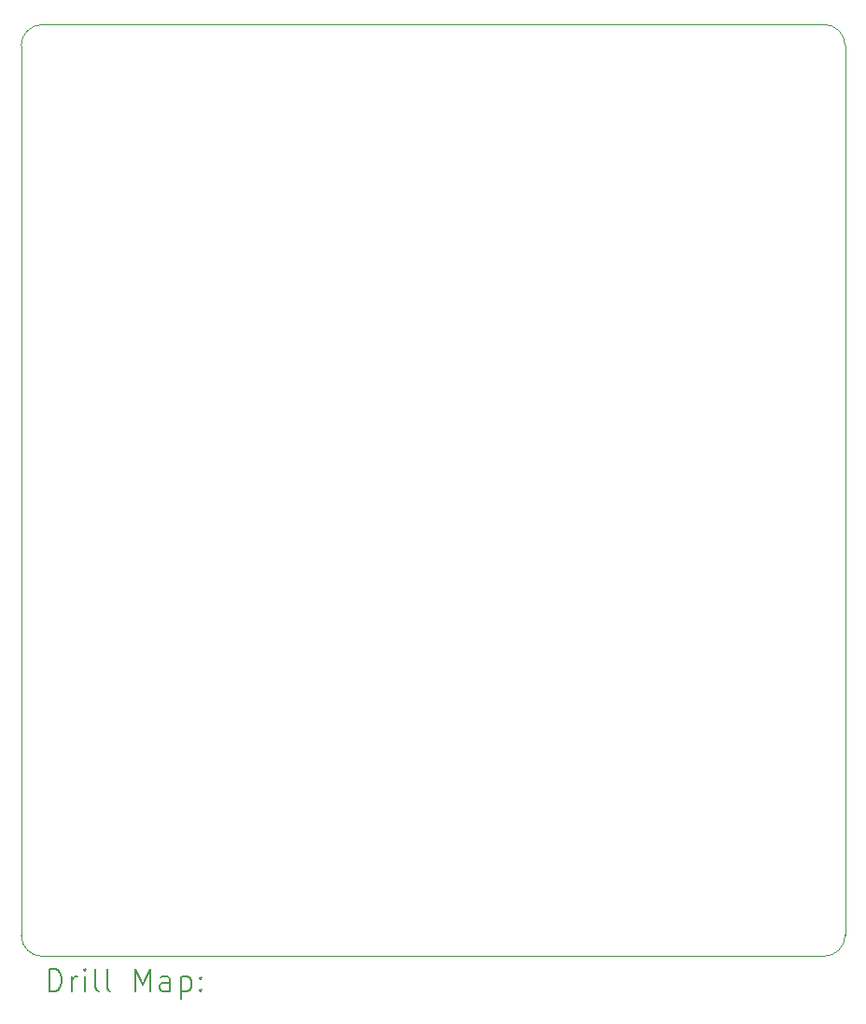
<source format=gbr>
%TF.GenerationSoftware,KiCad,Pcbnew,8.0.4*%
%TF.CreationDate,2024-09-09T14:05:50-07:00*%
%TF.ProjectId,Bottom_Board,426f7474-6f6d-45f4-926f-6172642e6b69,0*%
%TF.SameCoordinates,Original*%
%TF.FileFunction,Drillmap*%
%TF.FilePolarity,Positive*%
%FSLAX45Y45*%
G04 Gerber Fmt 4.5, Leading zero omitted, Abs format (unit mm)*
G04 Created by KiCad (PCBNEW 8.0.4) date 2024-09-09 14:05:50*
%MOMM*%
%LPD*%
G01*
G04 APERTURE LIST*
%ADD10C,0.100000*%
%ADD11C,0.200000*%
G04 APERTURE END LIST*
D10*
X9999580Y-6490720D02*
G75*
G02*
X10190300Y-6300000I190720J0D01*
G01*
X17284280Y-6299580D02*
G75*
G02*
X17475000Y-6490300I0J-190720D01*
G01*
X17284700Y-14749580D02*
X10190720Y-14750420D01*
X17475000Y-14559280D02*
G75*
G02*
X17284700Y-14749580I-190300J0D01*
G01*
X10190300Y-6300000D02*
X17284280Y-6299580D01*
X17475000Y-6490300D02*
X17475000Y-14559280D01*
X10000000Y-14559700D02*
X9999580Y-6490720D01*
X10190720Y-14750420D02*
G75*
G02*
X10000000Y-14559700I0J190720D01*
G01*
D11*
X10255357Y-15066904D02*
X10255357Y-14866904D01*
X10255357Y-14866904D02*
X10302976Y-14866904D01*
X10302976Y-14866904D02*
X10331547Y-14876428D01*
X10331547Y-14876428D02*
X10350595Y-14895475D01*
X10350595Y-14895475D02*
X10360119Y-14914523D01*
X10360119Y-14914523D02*
X10369643Y-14952618D01*
X10369643Y-14952618D02*
X10369643Y-14981189D01*
X10369643Y-14981189D02*
X10360119Y-15019285D01*
X10360119Y-15019285D02*
X10350595Y-15038332D01*
X10350595Y-15038332D02*
X10331547Y-15057380D01*
X10331547Y-15057380D02*
X10302976Y-15066904D01*
X10302976Y-15066904D02*
X10255357Y-15066904D01*
X10455357Y-15066904D02*
X10455357Y-14933570D01*
X10455357Y-14971666D02*
X10464881Y-14952618D01*
X10464881Y-14952618D02*
X10474404Y-14943094D01*
X10474404Y-14943094D02*
X10493452Y-14933570D01*
X10493452Y-14933570D02*
X10512500Y-14933570D01*
X10579166Y-15066904D02*
X10579166Y-14933570D01*
X10579166Y-14866904D02*
X10569643Y-14876428D01*
X10569643Y-14876428D02*
X10579166Y-14885951D01*
X10579166Y-14885951D02*
X10588690Y-14876428D01*
X10588690Y-14876428D02*
X10579166Y-14866904D01*
X10579166Y-14866904D02*
X10579166Y-14885951D01*
X10702976Y-15066904D02*
X10683928Y-15057380D01*
X10683928Y-15057380D02*
X10674404Y-15038332D01*
X10674404Y-15038332D02*
X10674404Y-14866904D01*
X10807738Y-15066904D02*
X10788690Y-15057380D01*
X10788690Y-15057380D02*
X10779166Y-15038332D01*
X10779166Y-15038332D02*
X10779166Y-14866904D01*
X11036309Y-15066904D02*
X11036309Y-14866904D01*
X11036309Y-14866904D02*
X11102976Y-15009761D01*
X11102976Y-15009761D02*
X11169643Y-14866904D01*
X11169643Y-14866904D02*
X11169643Y-15066904D01*
X11350595Y-15066904D02*
X11350595Y-14962142D01*
X11350595Y-14962142D02*
X11341071Y-14943094D01*
X11341071Y-14943094D02*
X11322023Y-14933570D01*
X11322023Y-14933570D02*
X11283928Y-14933570D01*
X11283928Y-14933570D02*
X11264881Y-14943094D01*
X11350595Y-15057380D02*
X11331547Y-15066904D01*
X11331547Y-15066904D02*
X11283928Y-15066904D01*
X11283928Y-15066904D02*
X11264881Y-15057380D01*
X11264881Y-15057380D02*
X11255357Y-15038332D01*
X11255357Y-15038332D02*
X11255357Y-15019285D01*
X11255357Y-15019285D02*
X11264881Y-15000237D01*
X11264881Y-15000237D02*
X11283928Y-14990713D01*
X11283928Y-14990713D02*
X11331547Y-14990713D01*
X11331547Y-14990713D02*
X11350595Y-14981189D01*
X11445833Y-14933570D02*
X11445833Y-15133570D01*
X11445833Y-14943094D02*
X11464881Y-14933570D01*
X11464881Y-14933570D02*
X11502976Y-14933570D01*
X11502976Y-14933570D02*
X11522023Y-14943094D01*
X11522023Y-14943094D02*
X11531547Y-14952618D01*
X11531547Y-14952618D02*
X11541071Y-14971666D01*
X11541071Y-14971666D02*
X11541071Y-15028808D01*
X11541071Y-15028808D02*
X11531547Y-15047856D01*
X11531547Y-15047856D02*
X11522023Y-15057380D01*
X11522023Y-15057380D02*
X11502976Y-15066904D01*
X11502976Y-15066904D02*
X11464881Y-15066904D01*
X11464881Y-15066904D02*
X11445833Y-15057380D01*
X11626785Y-15047856D02*
X11636309Y-15057380D01*
X11636309Y-15057380D02*
X11626785Y-15066904D01*
X11626785Y-15066904D02*
X11617262Y-15057380D01*
X11617262Y-15057380D02*
X11626785Y-15047856D01*
X11626785Y-15047856D02*
X11626785Y-15066904D01*
X11626785Y-14943094D02*
X11636309Y-14952618D01*
X11636309Y-14952618D02*
X11626785Y-14962142D01*
X11626785Y-14962142D02*
X11617262Y-14952618D01*
X11617262Y-14952618D02*
X11626785Y-14943094D01*
X11626785Y-14943094D02*
X11626785Y-14962142D01*
M02*

</source>
